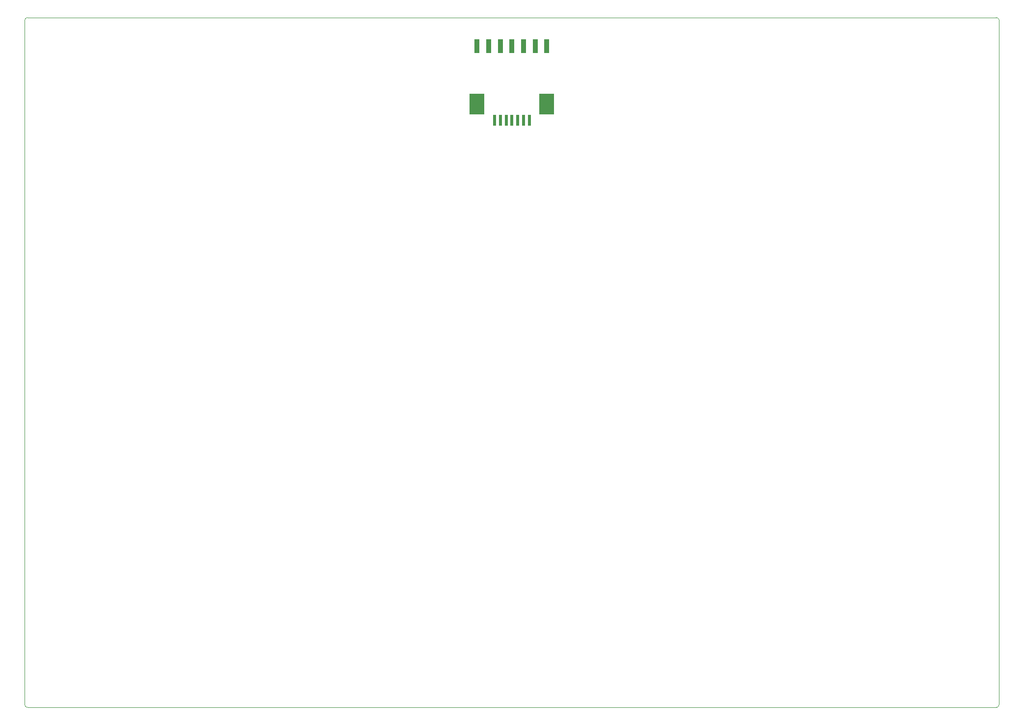
<source format=gbr>
G04 GENERATED BY PULSONIX 7.0 GERBER.DLL 4573*
%INHILLSTAR_140X90_EL_V1_0*%
%LNGERBER_PASTE_BOTTOM*%
%FSLAX33Y33*%
%IPPOS*%
%LPD*%
%OFA0B0*%
%MOMM*%
%ADD346C,0.100*%
%ADD452R,0.549X1.849*%
%ADD456R,2.649X3.549*%
%ADD5690R,0.849X2.449*%
X0Y0D02*
D02*
D346*
X47916Y186012D02*
X214916D01*
G75*
G02X215416Y185512J-500*
G01*
Y67512*
G75*
G02X214916Y67012I-500*
G01*
X47916*
G75*
G02X47416Y67512J500*
G01*
Y185512*
G75*
G02X47916Y186012I500*
G01*
D02*
D452*
X128416Y168312D03*
X129416D03*
X130416D03*
X131416D03*
X132416D03*
X133416D03*
X134416D03*
D02*
D456*
X125416Y171112D03*
X137416D03*
D02*
D5690*
X125416Y181112D03*
X127416D03*
X129416D03*
X131416D03*
X133416D03*
X135416D03*
X137416D03*
X0Y0D02*
M02*

</source>
